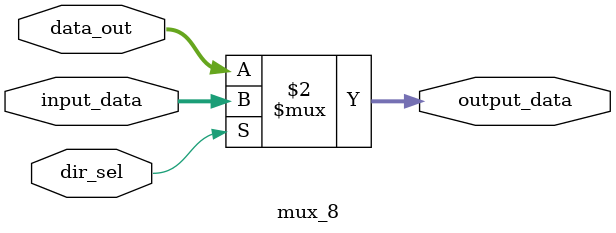
<source format=sv>
module mux_8
(
   input wire [7:0] data_out,
   input wire [7:0] input_data,
   input wire dir_sel,
   output wire [7:0] output_data
);


  assign output_data = (dir_sel == 1'b0)? data_out : input_data;  

endmodule

</source>
